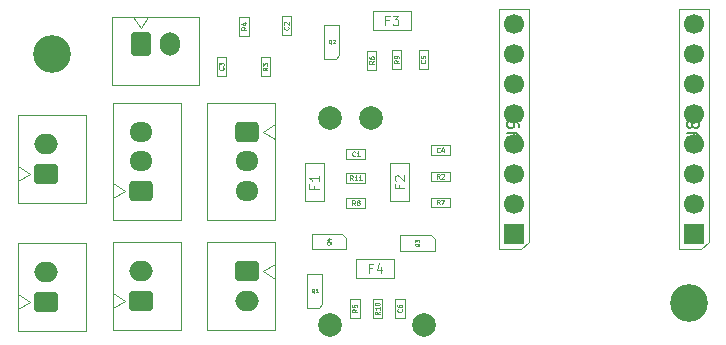
<source format=gbr>
%TF.GenerationSoftware,KiCad,Pcbnew,9.0.3*%
%TF.CreationDate,2025-08-24T20:12:34+09:00*%
%TF.ProjectId,mirror_Shooter_v2,6d697272-6f72-45f5-9368-6f6f7465725f,rev?*%
%TF.SameCoordinates,Original*%
%TF.FileFunction,Soldermask,Bot*%
%TF.FilePolarity,Negative*%
%FSLAX46Y46*%
G04 Gerber Fmt 4.6, Leading zero omitted, Abs format (unit mm)*
G04 Created by KiCad (PCBNEW 9.0.3) date 2025-08-24 20:12:34*
%MOMM*%
%LPD*%
G01*
G04 APERTURE LIST*
G04 Aperture macros list*
%AMRoundRect*
0 Rectangle with rounded corners*
0 $1 Rounding radius*
0 $2 $3 $4 $5 $6 $7 $8 $9 X,Y pos of 4 corners*
0 Add a 4 corners polygon primitive as box body*
4,1,4,$2,$3,$4,$5,$6,$7,$8,$9,$2,$3,0*
0 Add four circle primitives for the rounded corners*
1,1,$1+$1,$2,$3*
1,1,$1+$1,$4,$5*
1,1,$1+$1,$6,$7*
1,1,$1+$1,$8,$9*
0 Add four rect primitives between the rounded corners*
20,1,$1+$1,$2,$3,$4,$5,0*
20,1,$1+$1,$4,$5,$6,$7,0*
20,1,$1+$1,$6,$7,$8,$9,0*
20,1,$1+$1,$8,$9,$2,$3,0*%
G04 Aperture macros list end*
%ADD10RoundRect,0.250000X-0.725000X0.600000X-0.725000X-0.600000X0.725000X-0.600000X0.725000X0.600000X0*%
%ADD11O,1.950000X1.700000*%
%ADD12C,3.200000*%
%ADD13RoundRect,0.250000X0.725000X-0.600000X0.725000X0.600000X-0.725000X0.600000X-0.725000X-0.600000X0*%
%ADD14C,2.000000*%
%ADD15RoundRect,0.250000X0.750000X-0.600000X0.750000X0.600000X-0.750000X0.600000X-0.750000X-0.600000X0*%
%ADD16O,2.000000X1.700000*%
%ADD17RoundRect,0.250000X-0.600000X-0.750000X0.600000X-0.750000X0.600000X0.750000X-0.600000X0.750000X0*%
%ADD18O,1.700000X2.000000*%
%ADD19R,1.700000X1.700000*%
%ADD20C,1.700000*%
%ADD21RoundRect,0.250000X-0.750000X0.600000X-0.750000X-0.600000X0.750000X-0.600000X0.750000X0.600000X0*%
%ADD22C,0.060000*%
%ADD23C,0.120000*%
%ADD24C,0.050000*%
%ADD25C,0.150000*%
%ADD26C,0.100000*%
G04 APERTURE END LIST*
D10*
%TO.C,J5*%
X136742200Y-97661600D03*
D11*
X136742200Y-100161600D03*
X136742200Y-102661600D03*
%TD*%
D12*
%TO.C,H2*%
X174167800Y-112166400D03*
%TD*%
D13*
%TO.C,J4*%
X127717200Y-102661600D03*
D11*
X127717200Y-100161600D03*
X127717200Y-97661600D03*
%TD*%
D14*
%TO.C,J1*%
X151715800Y-114020000D03*
X143715800Y-114020000D03*
%TD*%
D15*
%TO.C,J6*%
X127717200Y-111961600D03*
D16*
X127717200Y-109461600D03*
%TD*%
D14*
%TO.C,J2*%
X143715800Y-96520000D03*
X147215800Y-96520000D03*
%TD*%
D15*
%TO.C,B+*%
X119660400Y-112046400D03*
D16*
X119660400Y-109546400D03*
%TD*%
D17*
%TO.C,J3*%
X127717200Y-90261600D03*
D18*
X130217200Y-90261600D03*
%TD*%
D19*
%TO.C,J9*%
X159273400Y-106324400D03*
D20*
X159273400Y-103784400D03*
X159273400Y-101244400D03*
X159273400Y-98704400D03*
X159273400Y-96164400D03*
X159273400Y-93624400D03*
X159273400Y-91084400D03*
X159273400Y-88544400D03*
%TD*%
D12*
%TO.C,H1*%
X120217800Y-91084400D03*
%TD*%
D15*
%TO.C,J10*%
X119692800Y-101223600D03*
D16*
X119692800Y-98723600D03*
%TD*%
D21*
%TO.C,J7*%
X136717200Y-109461600D03*
D16*
X136717200Y-111961600D03*
%TD*%
D19*
%TO.C,J8*%
X174523400Y-106324400D03*
D20*
X174523400Y-103784400D03*
X174523400Y-101244400D03*
X174523400Y-98704400D03*
X174523400Y-96164400D03*
X174523400Y-93624400D03*
X174523400Y-91084400D03*
X174523400Y-88544400D03*
%TD*%
D22*
X153013633Y-103813927D02*
X152880300Y-103623451D01*
X152785062Y-103813927D02*
X152785062Y-103413927D01*
X152785062Y-103413927D02*
X152937443Y-103413927D01*
X152937443Y-103413927D02*
X152975538Y-103432975D01*
X152975538Y-103432975D02*
X152994585Y-103452022D01*
X152994585Y-103452022D02*
X153013633Y-103490118D01*
X153013633Y-103490118D02*
X153013633Y-103547260D01*
X153013633Y-103547260D02*
X152994585Y-103585356D01*
X152994585Y-103585356D02*
X152975538Y-103604403D01*
X152975538Y-103604403D02*
X152937443Y-103623451D01*
X152937443Y-103623451D02*
X152785062Y-103623451D01*
X153146966Y-103413927D02*
X153413633Y-103413927D01*
X153413633Y-103413927D02*
X153242204Y-103813927D01*
X145857433Y-103864727D02*
X145724100Y-103674251D01*
X145628862Y-103864727D02*
X145628862Y-103464727D01*
X145628862Y-103464727D02*
X145781243Y-103464727D01*
X145781243Y-103464727D02*
X145819338Y-103483775D01*
X145819338Y-103483775D02*
X145838385Y-103502822D01*
X145838385Y-103502822D02*
X145857433Y-103540918D01*
X145857433Y-103540918D02*
X145857433Y-103598060D01*
X145857433Y-103598060D02*
X145838385Y-103636156D01*
X145838385Y-103636156D02*
X145819338Y-103655203D01*
X145819338Y-103655203D02*
X145781243Y-103674251D01*
X145781243Y-103674251D02*
X145628862Y-103674251D01*
X146086004Y-103636156D02*
X146047909Y-103617108D01*
X146047909Y-103617108D02*
X146028862Y-103598060D01*
X146028862Y-103598060D02*
X146009814Y-103559965D01*
X146009814Y-103559965D02*
X146009814Y-103540918D01*
X146009814Y-103540918D02*
X146028862Y-103502822D01*
X146028862Y-103502822D02*
X146047909Y-103483775D01*
X146047909Y-103483775D02*
X146086004Y-103464727D01*
X146086004Y-103464727D02*
X146162195Y-103464727D01*
X146162195Y-103464727D02*
X146200290Y-103483775D01*
X146200290Y-103483775D02*
X146219338Y-103502822D01*
X146219338Y-103502822D02*
X146238385Y-103540918D01*
X146238385Y-103540918D02*
X146238385Y-103559965D01*
X146238385Y-103559965D02*
X146219338Y-103598060D01*
X146219338Y-103598060D02*
X146200290Y-103617108D01*
X146200290Y-103617108D02*
X146162195Y-103636156D01*
X146162195Y-103636156D02*
X146086004Y-103636156D01*
X146086004Y-103636156D02*
X146047909Y-103655203D01*
X146047909Y-103655203D02*
X146028862Y-103674251D01*
X146028862Y-103674251D02*
X146009814Y-103712346D01*
X146009814Y-103712346D02*
X146009814Y-103788537D01*
X146009814Y-103788537D02*
X146028862Y-103826632D01*
X146028862Y-103826632D02*
X146047909Y-103845680D01*
X146047909Y-103845680D02*
X146086004Y-103864727D01*
X146086004Y-103864727D02*
X146162195Y-103864727D01*
X146162195Y-103864727D02*
X146200290Y-103845680D01*
X146200290Y-103845680D02*
X146219338Y-103826632D01*
X146219338Y-103826632D02*
X146238385Y-103788537D01*
X146238385Y-103788537D02*
X146238385Y-103712346D01*
X146238385Y-103712346D02*
X146219338Y-103674251D01*
X146219338Y-103674251D02*
X146200290Y-103655203D01*
X146200290Y-103655203D02*
X146162195Y-103636156D01*
X138434127Y-92238966D02*
X138243651Y-92372299D01*
X138434127Y-92467537D02*
X138034127Y-92467537D01*
X138034127Y-92467537D02*
X138034127Y-92315156D01*
X138034127Y-92315156D02*
X138053175Y-92277061D01*
X138053175Y-92277061D02*
X138072222Y-92258014D01*
X138072222Y-92258014D02*
X138110318Y-92238966D01*
X138110318Y-92238966D02*
X138167460Y-92238966D01*
X138167460Y-92238966D02*
X138205556Y-92258014D01*
X138205556Y-92258014D02*
X138224603Y-92277061D01*
X138224603Y-92277061D02*
X138243651Y-92315156D01*
X138243651Y-92315156D02*
X138243651Y-92467537D01*
X138034127Y-92105633D02*
X138034127Y-91858014D01*
X138034127Y-91858014D02*
X138186508Y-91991347D01*
X138186508Y-91991347D02*
X138186508Y-91934204D01*
X138186508Y-91934204D02*
X138205556Y-91896109D01*
X138205556Y-91896109D02*
X138224603Y-91877061D01*
X138224603Y-91877061D02*
X138262699Y-91858014D01*
X138262699Y-91858014D02*
X138357937Y-91858014D01*
X138357937Y-91858014D02*
X138396032Y-91877061D01*
X138396032Y-91877061D02*
X138415080Y-91896109D01*
X138415080Y-91896109D02*
X138434127Y-91934204D01*
X138434127Y-91934204D02*
X138434127Y-92048490D01*
X138434127Y-92048490D02*
X138415080Y-92086585D01*
X138415080Y-92086585D02*
X138396032Y-92105633D01*
X149800632Y-112689166D02*
X149819680Y-112708214D01*
X149819680Y-112708214D02*
X149838727Y-112765356D01*
X149838727Y-112765356D02*
X149838727Y-112803452D01*
X149838727Y-112803452D02*
X149819680Y-112860595D01*
X149819680Y-112860595D02*
X149781584Y-112898690D01*
X149781584Y-112898690D02*
X149743489Y-112917737D01*
X149743489Y-112917737D02*
X149667299Y-112936785D01*
X149667299Y-112936785D02*
X149610156Y-112936785D01*
X149610156Y-112936785D02*
X149533965Y-112917737D01*
X149533965Y-112917737D02*
X149495870Y-112898690D01*
X149495870Y-112898690D02*
X149457775Y-112860595D01*
X149457775Y-112860595D02*
X149438727Y-112803452D01*
X149438727Y-112803452D02*
X149438727Y-112765356D01*
X149438727Y-112765356D02*
X149457775Y-112708214D01*
X149457775Y-112708214D02*
X149476822Y-112689166D01*
X149438727Y-112346309D02*
X149438727Y-112422499D01*
X149438727Y-112422499D02*
X149457775Y-112460595D01*
X149457775Y-112460595D02*
X149476822Y-112479642D01*
X149476822Y-112479642D02*
X149533965Y-112517737D01*
X149533965Y-112517737D02*
X149610156Y-112536785D01*
X149610156Y-112536785D02*
X149762537Y-112536785D01*
X149762537Y-112536785D02*
X149800632Y-112517737D01*
X149800632Y-112517737D02*
X149819680Y-112498690D01*
X149819680Y-112498690D02*
X149838727Y-112460595D01*
X149838727Y-112460595D02*
X149838727Y-112384404D01*
X149838727Y-112384404D02*
X149819680Y-112346309D01*
X149819680Y-112346309D02*
X149800632Y-112327261D01*
X149800632Y-112327261D02*
X149762537Y-112308214D01*
X149762537Y-112308214D02*
X149667299Y-112308214D01*
X149667299Y-112308214D02*
X149629203Y-112327261D01*
X149629203Y-112327261D02*
X149610156Y-112346309D01*
X149610156Y-112346309D02*
X149591108Y-112384404D01*
X149591108Y-112384404D02*
X149591108Y-112460595D01*
X149591108Y-112460595D02*
X149610156Y-112498690D01*
X149610156Y-112498690D02*
X149629203Y-112517737D01*
X149629203Y-112517737D02*
X149667299Y-112536785D01*
X145855233Y-99686432D02*
X145836185Y-99705480D01*
X145836185Y-99705480D02*
X145779043Y-99724527D01*
X145779043Y-99724527D02*
X145740947Y-99724527D01*
X145740947Y-99724527D02*
X145683804Y-99705480D01*
X145683804Y-99705480D02*
X145645709Y-99667384D01*
X145645709Y-99667384D02*
X145626662Y-99629289D01*
X145626662Y-99629289D02*
X145607614Y-99553099D01*
X145607614Y-99553099D02*
X145607614Y-99495956D01*
X145607614Y-99495956D02*
X145626662Y-99419765D01*
X145626662Y-99419765D02*
X145645709Y-99381670D01*
X145645709Y-99381670D02*
X145683804Y-99343575D01*
X145683804Y-99343575D02*
X145740947Y-99324527D01*
X145740947Y-99324527D02*
X145779043Y-99324527D01*
X145779043Y-99324527D02*
X145836185Y-99343575D01*
X145836185Y-99343575D02*
X145855233Y-99362622D01*
X146236185Y-99724527D02*
X146007614Y-99724527D01*
X146121900Y-99724527D02*
X146121900Y-99324527D01*
X146121900Y-99324527D02*
X146083804Y-99381670D01*
X146083804Y-99381670D02*
X146045709Y-99419765D01*
X146045709Y-99419765D02*
X146007614Y-99438813D01*
X151781832Y-91607166D02*
X151800880Y-91626214D01*
X151800880Y-91626214D02*
X151819927Y-91683356D01*
X151819927Y-91683356D02*
X151819927Y-91721452D01*
X151819927Y-91721452D02*
X151800880Y-91778595D01*
X151800880Y-91778595D02*
X151762784Y-91816690D01*
X151762784Y-91816690D02*
X151724689Y-91835737D01*
X151724689Y-91835737D02*
X151648499Y-91854785D01*
X151648499Y-91854785D02*
X151591356Y-91854785D01*
X151591356Y-91854785D02*
X151515165Y-91835737D01*
X151515165Y-91835737D02*
X151477070Y-91816690D01*
X151477070Y-91816690D02*
X151438975Y-91778595D01*
X151438975Y-91778595D02*
X151419927Y-91721452D01*
X151419927Y-91721452D02*
X151419927Y-91683356D01*
X151419927Y-91683356D02*
X151438975Y-91626214D01*
X151438975Y-91626214D02*
X151458022Y-91607166D01*
X151419927Y-91245261D02*
X151419927Y-91435737D01*
X151419927Y-91435737D02*
X151610403Y-91454785D01*
X151610403Y-91454785D02*
X151591356Y-91435737D01*
X151591356Y-91435737D02*
X151572308Y-91397642D01*
X151572308Y-91397642D02*
X151572308Y-91302404D01*
X151572308Y-91302404D02*
X151591356Y-91264309D01*
X151591356Y-91264309D02*
X151610403Y-91245261D01*
X151610403Y-91245261D02*
X151648499Y-91226214D01*
X151648499Y-91226214D02*
X151743737Y-91226214D01*
X151743737Y-91226214D02*
X151781832Y-91245261D01*
X151781832Y-91245261D02*
X151800880Y-91264309D01*
X151800880Y-91264309D02*
X151819927Y-91302404D01*
X151819927Y-91302404D02*
X151819927Y-91397642D01*
X151819927Y-91397642D02*
X151800880Y-91435737D01*
X151800880Y-91435737D02*
X151781832Y-91454785D01*
X153018033Y-101629527D02*
X152884700Y-101439051D01*
X152789462Y-101629527D02*
X152789462Y-101229527D01*
X152789462Y-101229527D02*
X152941843Y-101229527D01*
X152941843Y-101229527D02*
X152979938Y-101248575D01*
X152979938Y-101248575D02*
X152998985Y-101267622D01*
X152998985Y-101267622D02*
X153018033Y-101305718D01*
X153018033Y-101305718D02*
X153018033Y-101362860D01*
X153018033Y-101362860D02*
X152998985Y-101400956D01*
X152998985Y-101400956D02*
X152979938Y-101420003D01*
X152979938Y-101420003D02*
X152941843Y-101439051D01*
X152941843Y-101439051D02*
X152789462Y-101439051D01*
X153170414Y-101267622D02*
X153189462Y-101248575D01*
X153189462Y-101248575D02*
X153227557Y-101229527D01*
X153227557Y-101229527D02*
X153322795Y-101229527D01*
X153322795Y-101229527D02*
X153360890Y-101248575D01*
X153360890Y-101248575D02*
X153379938Y-101267622D01*
X153379938Y-101267622D02*
X153398985Y-101305718D01*
X153398985Y-101305718D02*
X153398985Y-101343813D01*
X153398985Y-101343813D02*
X153379938Y-101400956D01*
X153379938Y-101400956D02*
X153151366Y-101629527D01*
X153151366Y-101629527D02*
X153398985Y-101629527D01*
D23*
X149599407Y-102185766D02*
X149599407Y-102452432D01*
X150018455Y-102452432D02*
X149218455Y-102452432D01*
X149218455Y-102452432D02*
X149218455Y-102071480D01*
X149294645Y-101804814D02*
X149256550Y-101766718D01*
X149256550Y-101766718D02*
X149218455Y-101690528D01*
X149218455Y-101690528D02*
X149218455Y-101500052D01*
X149218455Y-101500052D02*
X149256550Y-101423861D01*
X149256550Y-101423861D02*
X149294645Y-101385766D01*
X149294645Y-101385766D02*
X149370836Y-101347671D01*
X149370836Y-101347671D02*
X149447026Y-101347671D01*
X149447026Y-101347671D02*
X149561312Y-101385766D01*
X149561312Y-101385766D02*
X150018455Y-101842909D01*
X150018455Y-101842909D02*
X150018455Y-101347671D01*
D22*
X145666957Y-101756527D02*
X145533624Y-101566051D01*
X145438386Y-101756527D02*
X145438386Y-101356527D01*
X145438386Y-101356527D02*
X145590767Y-101356527D01*
X145590767Y-101356527D02*
X145628862Y-101375575D01*
X145628862Y-101375575D02*
X145647909Y-101394622D01*
X145647909Y-101394622D02*
X145666957Y-101432718D01*
X145666957Y-101432718D02*
X145666957Y-101489860D01*
X145666957Y-101489860D02*
X145647909Y-101527956D01*
X145647909Y-101527956D02*
X145628862Y-101547003D01*
X145628862Y-101547003D02*
X145590767Y-101566051D01*
X145590767Y-101566051D02*
X145438386Y-101566051D01*
X146047909Y-101756527D02*
X145819338Y-101756527D01*
X145933624Y-101756527D02*
X145933624Y-101356527D01*
X145933624Y-101356527D02*
X145895528Y-101413670D01*
X145895528Y-101413670D02*
X145857433Y-101451765D01*
X145857433Y-101451765D02*
X145819338Y-101470813D01*
X146428861Y-101756527D02*
X146200290Y-101756527D01*
X146314576Y-101756527D02*
X146314576Y-101356527D01*
X146314576Y-101356527D02*
X146276480Y-101413670D01*
X146276480Y-101413670D02*
X146238385Y-101451765D01*
X146238385Y-101451765D02*
X146200290Y-101470813D01*
X134687632Y-92213866D02*
X134706680Y-92232914D01*
X134706680Y-92232914D02*
X134725727Y-92290056D01*
X134725727Y-92290056D02*
X134725727Y-92328152D01*
X134725727Y-92328152D02*
X134706680Y-92385295D01*
X134706680Y-92385295D02*
X134668584Y-92423390D01*
X134668584Y-92423390D02*
X134630489Y-92442437D01*
X134630489Y-92442437D02*
X134554299Y-92461485D01*
X134554299Y-92461485D02*
X134497156Y-92461485D01*
X134497156Y-92461485D02*
X134420965Y-92442437D01*
X134420965Y-92442437D02*
X134382870Y-92423390D01*
X134382870Y-92423390D02*
X134344775Y-92385295D01*
X134344775Y-92385295D02*
X134325727Y-92328152D01*
X134325727Y-92328152D02*
X134325727Y-92290056D01*
X134325727Y-92290056D02*
X134344775Y-92232914D01*
X134344775Y-92232914D02*
X134363822Y-92213866D01*
X134325727Y-92080533D02*
X134325727Y-91832914D01*
X134325727Y-91832914D02*
X134478108Y-91966247D01*
X134478108Y-91966247D02*
X134478108Y-91909104D01*
X134478108Y-91909104D02*
X134497156Y-91871009D01*
X134497156Y-91871009D02*
X134516203Y-91851961D01*
X134516203Y-91851961D02*
X134554299Y-91832914D01*
X134554299Y-91832914D02*
X134649537Y-91832914D01*
X134649537Y-91832914D02*
X134687632Y-91851961D01*
X134687632Y-91851961D02*
X134706680Y-91871009D01*
X134706680Y-91871009D02*
X134725727Y-91909104D01*
X134725727Y-91909104D02*
X134725727Y-92023390D01*
X134725727Y-92023390D02*
X134706680Y-92061485D01*
X134706680Y-92061485D02*
X134687632Y-92080533D01*
X146028727Y-112691366D02*
X145838251Y-112824699D01*
X146028727Y-112919937D02*
X145628727Y-112919937D01*
X145628727Y-112919937D02*
X145628727Y-112767556D01*
X145628727Y-112767556D02*
X145647775Y-112729461D01*
X145647775Y-112729461D02*
X145666822Y-112710414D01*
X145666822Y-112710414D02*
X145704918Y-112691366D01*
X145704918Y-112691366D02*
X145762060Y-112691366D01*
X145762060Y-112691366D02*
X145800156Y-112710414D01*
X145800156Y-112710414D02*
X145819203Y-112729461D01*
X145819203Y-112729461D02*
X145838251Y-112767556D01*
X145838251Y-112767556D02*
X145838251Y-112919937D01*
X145628727Y-112329461D02*
X145628727Y-112519937D01*
X145628727Y-112519937D02*
X145819203Y-112538985D01*
X145819203Y-112538985D02*
X145800156Y-112519937D01*
X145800156Y-112519937D02*
X145781108Y-112481842D01*
X145781108Y-112481842D02*
X145781108Y-112386604D01*
X145781108Y-112386604D02*
X145800156Y-112348509D01*
X145800156Y-112348509D02*
X145819203Y-112329461D01*
X145819203Y-112329461D02*
X145857299Y-112310414D01*
X145857299Y-112310414D02*
X145952537Y-112310414D01*
X145952537Y-112310414D02*
X145990632Y-112329461D01*
X145990632Y-112329461D02*
X146009680Y-112348509D01*
X146009680Y-112348509D02*
X146028727Y-112386604D01*
X146028727Y-112386604D02*
X146028727Y-112481842D01*
X146028727Y-112481842D02*
X146009680Y-112519937D01*
X146009680Y-112519937D02*
X145990632Y-112538985D01*
D24*
X142418223Y-111290714D02*
X142387747Y-111275476D01*
X142387747Y-111275476D02*
X142357271Y-111245000D01*
X142357271Y-111245000D02*
X142311557Y-111199285D01*
X142311557Y-111199285D02*
X142281080Y-111184047D01*
X142281080Y-111184047D02*
X142250604Y-111184047D01*
X142265842Y-111260238D02*
X142235366Y-111245000D01*
X142235366Y-111245000D02*
X142204890Y-111214523D01*
X142204890Y-111214523D02*
X142189652Y-111153571D01*
X142189652Y-111153571D02*
X142189652Y-111046904D01*
X142189652Y-111046904D02*
X142204890Y-110985952D01*
X142204890Y-110985952D02*
X142235366Y-110955476D01*
X142235366Y-110955476D02*
X142265842Y-110940238D01*
X142265842Y-110940238D02*
X142326795Y-110940238D01*
X142326795Y-110940238D02*
X142357271Y-110955476D01*
X142357271Y-110955476D02*
X142387747Y-110985952D01*
X142387747Y-110985952D02*
X142402985Y-111046904D01*
X142402985Y-111046904D02*
X142402985Y-111153571D01*
X142402985Y-111153571D02*
X142387747Y-111214523D01*
X142387747Y-111214523D02*
X142357271Y-111245000D01*
X142357271Y-111245000D02*
X142326795Y-111260238D01*
X142326795Y-111260238D02*
X142265842Y-111260238D01*
X142707747Y-111260238D02*
X142524890Y-111260238D01*
X142616318Y-111260238D02*
X142616318Y-110940238D01*
X142616318Y-110940238D02*
X142585842Y-110985952D01*
X142585842Y-110985952D02*
X142555366Y-111016428D01*
X142555366Y-111016428D02*
X142524890Y-111031666D01*
X143858223Y-90218914D02*
X143827747Y-90203676D01*
X143827747Y-90203676D02*
X143797271Y-90173200D01*
X143797271Y-90173200D02*
X143751557Y-90127485D01*
X143751557Y-90127485D02*
X143721080Y-90112247D01*
X143721080Y-90112247D02*
X143690604Y-90112247D01*
X143705842Y-90188438D02*
X143675366Y-90173200D01*
X143675366Y-90173200D02*
X143644890Y-90142723D01*
X143644890Y-90142723D02*
X143629652Y-90081771D01*
X143629652Y-90081771D02*
X143629652Y-89975104D01*
X143629652Y-89975104D02*
X143644890Y-89914152D01*
X143644890Y-89914152D02*
X143675366Y-89883676D01*
X143675366Y-89883676D02*
X143705842Y-89868438D01*
X143705842Y-89868438D02*
X143766795Y-89868438D01*
X143766795Y-89868438D02*
X143797271Y-89883676D01*
X143797271Y-89883676D02*
X143827747Y-89914152D01*
X143827747Y-89914152D02*
X143842985Y-89975104D01*
X143842985Y-89975104D02*
X143842985Y-90081771D01*
X143842985Y-90081771D02*
X143827747Y-90142723D01*
X143827747Y-90142723D02*
X143797271Y-90173200D01*
X143797271Y-90173200D02*
X143766795Y-90188438D01*
X143766795Y-90188438D02*
X143705842Y-90188438D01*
X143964890Y-89898914D02*
X143980128Y-89883676D01*
X143980128Y-89883676D02*
X144010604Y-89868438D01*
X144010604Y-89868438D02*
X144086795Y-89868438D01*
X144086795Y-89868438D02*
X144117271Y-89883676D01*
X144117271Y-89883676D02*
X144132509Y-89898914D01*
X144132509Y-89898914D02*
X144147747Y-89929390D01*
X144147747Y-89929390D02*
X144147747Y-89959866D01*
X144147747Y-89959866D02*
X144132509Y-90005580D01*
X144132509Y-90005580D02*
X143949652Y-90188438D01*
X143949652Y-90188438D02*
X144147747Y-90188438D01*
X151318914Y-107114576D02*
X151303676Y-107145052D01*
X151303676Y-107145052D02*
X151273200Y-107175528D01*
X151273200Y-107175528D02*
X151227485Y-107221242D01*
X151227485Y-107221242D02*
X151212247Y-107251719D01*
X151212247Y-107251719D02*
X151212247Y-107282195D01*
X151288438Y-107266957D02*
X151273200Y-107297433D01*
X151273200Y-107297433D02*
X151242723Y-107327909D01*
X151242723Y-107327909D02*
X151181771Y-107343147D01*
X151181771Y-107343147D02*
X151075104Y-107343147D01*
X151075104Y-107343147D02*
X151014152Y-107327909D01*
X151014152Y-107327909D02*
X150983676Y-107297433D01*
X150983676Y-107297433D02*
X150968438Y-107266957D01*
X150968438Y-107266957D02*
X150968438Y-107206004D01*
X150968438Y-107206004D02*
X150983676Y-107175528D01*
X150983676Y-107175528D02*
X151014152Y-107145052D01*
X151014152Y-107145052D02*
X151075104Y-107129814D01*
X151075104Y-107129814D02*
X151181771Y-107129814D01*
X151181771Y-107129814D02*
X151242723Y-107145052D01*
X151242723Y-107145052D02*
X151273200Y-107175528D01*
X151273200Y-107175528D02*
X151288438Y-107206004D01*
X151288438Y-107206004D02*
X151288438Y-107266957D01*
X150968438Y-107023147D02*
X150968438Y-106825052D01*
X150968438Y-106825052D02*
X151090342Y-106931719D01*
X151090342Y-106931719D02*
X151090342Y-106886004D01*
X151090342Y-106886004D02*
X151105580Y-106855528D01*
X151105580Y-106855528D02*
X151120819Y-106840290D01*
X151120819Y-106840290D02*
X151151295Y-106825052D01*
X151151295Y-106825052D02*
X151227485Y-106825052D01*
X151227485Y-106825052D02*
X151257961Y-106840290D01*
X151257961Y-106840290D02*
X151273200Y-106855528D01*
X151273200Y-106855528D02*
X151288438Y-106886004D01*
X151288438Y-106886004D02*
X151288438Y-106977433D01*
X151288438Y-106977433D02*
X151273200Y-107007909D01*
X151273200Y-107007909D02*
X151257961Y-107023147D01*
D22*
X140199432Y-88762366D02*
X140218480Y-88781414D01*
X140218480Y-88781414D02*
X140237527Y-88838556D01*
X140237527Y-88838556D02*
X140237527Y-88876652D01*
X140237527Y-88876652D02*
X140218480Y-88933795D01*
X140218480Y-88933795D02*
X140180384Y-88971890D01*
X140180384Y-88971890D02*
X140142289Y-88990937D01*
X140142289Y-88990937D02*
X140066099Y-89009985D01*
X140066099Y-89009985D02*
X140008956Y-89009985D01*
X140008956Y-89009985D02*
X139932765Y-88990937D01*
X139932765Y-88990937D02*
X139894670Y-88971890D01*
X139894670Y-88971890D02*
X139856575Y-88933795D01*
X139856575Y-88933795D02*
X139837527Y-88876652D01*
X139837527Y-88876652D02*
X139837527Y-88838556D01*
X139837527Y-88838556D02*
X139856575Y-88781414D01*
X139856575Y-88781414D02*
X139875622Y-88762366D01*
X139875622Y-88609985D02*
X139856575Y-88590937D01*
X139856575Y-88590937D02*
X139837527Y-88552842D01*
X139837527Y-88552842D02*
X139837527Y-88457604D01*
X139837527Y-88457604D02*
X139856575Y-88419509D01*
X139856575Y-88419509D02*
X139875622Y-88400461D01*
X139875622Y-88400461D02*
X139913718Y-88381414D01*
X139913718Y-88381414D02*
X139951813Y-88381414D01*
X139951813Y-88381414D02*
X140008956Y-88400461D01*
X140008956Y-88400461D02*
X140237527Y-88629033D01*
X140237527Y-88629033D02*
X140237527Y-88381414D01*
D24*
X143823114Y-106987576D02*
X143807876Y-107018052D01*
X143807876Y-107018052D02*
X143777400Y-107048528D01*
X143777400Y-107048528D02*
X143731685Y-107094242D01*
X143731685Y-107094242D02*
X143716447Y-107124719D01*
X143716447Y-107124719D02*
X143716447Y-107155195D01*
X143792638Y-107139957D02*
X143777400Y-107170433D01*
X143777400Y-107170433D02*
X143746923Y-107200909D01*
X143746923Y-107200909D02*
X143685971Y-107216147D01*
X143685971Y-107216147D02*
X143579304Y-107216147D01*
X143579304Y-107216147D02*
X143518352Y-107200909D01*
X143518352Y-107200909D02*
X143487876Y-107170433D01*
X143487876Y-107170433D02*
X143472638Y-107139957D01*
X143472638Y-107139957D02*
X143472638Y-107079004D01*
X143472638Y-107079004D02*
X143487876Y-107048528D01*
X143487876Y-107048528D02*
X143518352Y-107018052D01*
X143518352Y-107018052D02*
X143579304Y-107002814D01*
X143579304Y-107002814D02*
X143685971Y-107002814D01*
X143685971Y-107002814D02*
X143746923Y-107018052D01*
X143746923Y-107018052D02*
X143777400Y-107048528D01*
X143777400Y-107048528D02*
X143792638Y-107079004D01*
X143792638Y-107079004D02*
X143792638Y-107139957D01*
X143579304Y-106728528D02*
X143792638Y-106728528D01*
X143457400Y-106804719D02*
X143685971Y-106880909D01*
X143685971Y-106880909D02*
X143685971Y-106682814D01*
D22*
X147451127Y-91660166D02*
X147260651Y-91793499D01*
X147451127Y-91888737D02*
X147051127Y-91888737D01*
X147051127Y-91888737D02*
X147051127Y-91736356D01*
X147051127Y-91736356D02*
X147070175Y-91698261D01*
X147070175Y-91698261D02*
X147089222Y-91679214D01*
X147089222Y-91679214D02*
X147127318Y-91660166D01*
X147127318Y-91660166D02*
X147184460Y-91660166D01*
X147184460Y-91660166D02*
X147222556Y-91679214D01*
X147222556Y-91679214D02*
X147241603Y-91698261D01*
X147241603Y-91698261D02*
X147260651Y-91736356D01*
X147260651Y-91736356D02*
X147260651Y-91888737D01*
X147051127Y-91317309D02*
X147051127Y-91393499D01*
X147051127Y-91393499D02*
X147070175Y-91431595D01*
X147070175Y-91431595D02*
X147089222Y-91450642D01*
X147089222Y-91450642D02*
X147146365Y-91488737D01*
X147146365Y-91488737D02*
X147222556Y-91507785D01*
X147222556Y-91507785D02*
X147374937Y-91507785D01*
X147374937Y-91507785D02*
X147413032Y-91488737D01*
X147413032Y-91488737D02*
X147432080Y-91469690D01*
X147432080Y-91469690D02*
X147451127Y-91431595D01*
X147451127Y-91431595D02*
X147451127Y-91355404D01*
X147451127Y-91355404D02*
X147432080Y-91317309D01*
X147432080Y-91317309D02*
X147413032Y-91298261D01*
X147413032Y-91298261D02*
X147374937Y-91279214D01*
X147374937Y-91279214D02*
X147279699Y-91279214D01*
X147279699Y-91279214D02*
X147241603Y-91298261D01*
X147241603Y-91298261D02*
X147222556Y-91317309D01*
X147222556Y-91317309D02*
X147203508Y-91355404D01*
X147203508Y-91355404D02*
X147203508Y-91431595D01*
X147203508Y-91431595D02*
X147222556Y-91469690D01*
X147222556Y-91469690D02*
X147241603Y-91488737D01*
X147241603Y-91488737D02*
X147279699Y-91507785D01*
D25*
X158728219Y-97767733D02*
X159442504Y-97767733D01*
X159442504Y-97767733D02*
X159585361Y-97815352D01*
X159585361Y-97815352D02*
X159680600Y-97910590D01*
X159680600Y-97910590D02*
X159728219Y-98053447D01*
X159728219Y-98053447D02*
X159728219Y-98148685D01*
X159728219Y-97243923D02*
X159728219Y-97053447D01*
X159728219Y-97053447D02*
X159680600Y-96958209D01*
X159680600Y-96958209D02*
X159632980Y-96910590D01*
X159632980Y-96910590D02*
X159490123Y-96815352D01*
X159490123Y-96815352D02*
X159299647Y-96767733D01*
X159299647Y-96767733D02*
X158918695Y-96767733D01*
X158918695Y-96767733D02*
X158823457Y-96815352D01*
X158823457Y-96815352D02*
X158775838Y-96862971D01*
X158775838Y-96862971D02*
X158728219Y-96958209D01*
X158728219Y-96958209D02*
X158728219Y-97148685D01*
X158728219Y-97148685D02*
X158775838Y-97243923D01*
X158775838Y-97243923D02*
X158823457Y-97291542D01*
X158823457Y-97291542D02*
X158918695Y-97339161D01*
X158918695Y-97339161D02*
X159156790Y-97339161D01*
X159156790Y-97339161D02*
X159252028Y-97291542D01*
X159252028Y-97291542D02*
X159299647Y-97243923D01*
X159299647Y-97243923D02*
X159347266Y-97148685D01*
X159347266Y-97148685D02*
X159347266Y-96958209D01*
X159347266Y-96958209D02*
X159299647Y-96862971D01*
X159299647Y-96862971D02*
X159252028Y-96815352D01*
X159252028Y-96815352D02*
X159156790Y-96767733D01*
X119455895Y-91539219D02*
X119455895Y-90539219D01*
X119455895Y-91015409D02*
X120027323Y-91015409D01*
X120027323Y-91539219D02*
X120027323Y-90539219D01*
X121027323Y-91539219D02*
X120455895Y-91539219D01*
X120741609Y-91539219D02*
X120741609Y-90539219D01*
X120741609Y-90539219D02*
X120646371Y-90682076D01*
X120646371Y-90682076D02*
X120551133Y-90777314D01*
X120551133Y-90777314D02*
X120455895Y-90824933D01*
D22*
X149559327Y-91607166D02*
X149368851Y-91740499D01*
X149559327Y-91835737D02*
X149159327Y-91835737D01*
X149159327Y-91835737D02*
X149159327Y-91683356D01*
X149159327Y-91683356D02*
X149178375Y-91645261D01*
X149178375Y-91645261D02*
X149197422Y-91626214D01*
X149197422Y-91626214D02*
X149235518Y-91607166D01*
X149235518Y-91607166D02*
X149292660Y-91607166D01*
X149292660Y-91607166D02*
X149330756Y-91626214D01*
X149330756Y-91626214D02*
X149349803Y-91645261D01*
X149349803Y-91645261D02*
X149368851Y-91683356D01*
X149368851Y-91683356D02*
X149368851Y-91835737D01*
X149559327Y-91416690D02*
X149559327Y-91340499D01*
X149559327Y-91340499D02*
X149540280Y-91302404D01*
X149540280Y-91302404D02*
X149521232Y-91283356D01*
X149521232Y-91283356D02*
X149464089Y-91245261D01*
X149464089Y-91245261D02*
X149387899Y-91226214D01*
X149387899Y-91226214D02*
X149235518Y-91226214D01*
X149235518Y-91226214D02*
X149197422Y-91245261D01*
X149197422Y-91245261D02*
X149178375Y-91264309D01*
X149178375Y-91264309D02*
X149159327Y-91302404D01*
X149159327Y-91302404D02*
X149159327Y-91378595D01*
X149159327Y-91378595D02*
X149178375Y-91416690D01*
X149178375Y-91416690D02*
X149197422Y-91435737D01*
X149197422Y-91435737D02*
X149235518Y-91454785D01*
X149235518Y-91454785D02*
X149330756Y-91454785D01*
X149330756Y-91454785D02*
X149368851Y-91435737D01*
X149368851Y-91435737D02*
X149387899Y-91416690D01*
X149387899Y-91416690D02*
X149406946Y-91378595D01*
X149406946Y-91378595D02*
X149406946Y-91302404D01*
X149406946Y-91302404D02*
X149387899Y-91264309D01*
X149387899Y-91264309D02*
X149368851Y-91245261D01*
X149368851Y-91245261D02*
X149330756Y-91226214D01*
D23*
X148690033Y-88209807D02*
X148423367Y-88209807D01*
X148423367Y-88628855D02*
X148423367Y-87828855D01*
X148423367Y-87828855D02*
X148804319Y-87828855D01*
X149032890Y-87828855D02*
X149528128Y-87828855D01*
X149528128Y-87828855D02*
X149261462Y-88133617D01*
X149261462Y-88133617D02*
X149375747Y-88133617D01*
X149375747Y-88133617D02*
X149451938Y-88171712D01*
X149451938Y-88171712D02*
X149490033Y-88209807D01*
X149490033Y-88209807D02*
X149528128Y-88285998D01*
X149528128Y-88285998D02*
X149528128Y-88476474D01*
X149528128Y-88476474D02*
X149490033Y-88552664D01*
X149490033Y-88552664D02*
X149451938Y-88590760D01*
X149451938Y-88590760D02*
X149375747Y-88628855D01*
X149375747Y-88628855D02*
X149147176Y-88628855D01*
X149147176Y-88628855D02*
X149070985Y-88590760D01*
X149070985Y-88590760D02*
X149032890Y-88552664D01*
X147296233Y-109215607D02*
X147029567Y-109215607D01*
X147029567Y-109634655D02*
X147029567Y-108834655D01*
X147029567Y-108834655D02*
X147410519Y-108834655D01*
X148058138Y-109101321D02*
X148058138Y-109634655D01*
X147867662Y-108796560D02*
X147677185Y-109367988D01*
X147677185Y-109367988D02*
X148172424Y-109367988D01*
X142372807Y-102212066D02*
X142372807Y-102478732D01*
X142791855Y-102478732D02*
X141991855Y-102478732D01*
X141991855Y-102478732D02*
X141991855Y-102097780D01*
X142791855Y-101373971D02*
X142791855Y-101831114D01*
X142791855Y-101602542D02*
X141991855Y-101602542D01*
X141991855Y-101602542D02*
X142106140Y-101678733D01*
X142106140Y-101678733D02*
X142182331Y-101754923D01*
X142182331Y-101754923D02*
X142220426Y-101831114D01*
D22*
X136630727Y-88788866D02*
X136440251Y-88922199D01*
X136630727Y-89017437D02*
X136230727Y-89017437D01*
X136230727Y-89017437D02*
X136230727Y-88865056D01*
X136230727Y-88865056D02*
X136249775Y-88826961D01*
X136249775Y-88826961D02*
X136268822Y-88807914D01*
X136268822Y-88807914D02*
X136306918Y-88788866D01*
X136306918Y-88788866D02*
X136364060Y-88788866D01*
X136364060Y-88788866D02*
X136402156Y-88807914D01*
X136402156Y-88807914D02*
X136421203Y-88826961D01*
X136421203Y-88826961D02*
X136440251Y-88865056D01*
X136440251Y-88865056D02*
X136440251Y-89017437D01*
X136364060Y-88446009D02*
X136630727Y-88446009D01*
X136211680Y-88541247D02*
X136497394Y-88636485D01*
X136497394Y-88636485D02*
X136497394Y-88388866D01*
D25*
X173978219Y-97767733D02*
X174692504Y-97767733D01*
X174692504Y-97767733D02*
X174835361Y-97815352D01*
X174835361Y-97815352D02*
X174930600Y-97910590D01*
X174930600Y-97910590D02*
X174978219Y-98053447D01*
X174978219Y-98053447D02*
X174978219Y-98148685D01*
X174406790Y-97148685D02*
X174359171Y-97243923D01*
X174359171Y-97243923D02*
X174311552Y-97291542D01*
X174311552Y-97291542D02*
X174216314Y-97339161D01*
X174216314Y-97339161D02*
X174168695Y-97339161D01*
X174168695Y-97339161D02*
X174073457Y-97291542D01*
X174073457Y-97291542D02*
X174025838Y-97243923D01*
X174025838Y-97243923D02*
X173978219Y-97148685D01*
X173978219Y-97148685D02*
X173978219Y-96958209D01*
X173978219Y-96958209D02*
X174025838Y-96862971D01*
X174025838Y-96862971D02*
X174073457Y-96815352D01*
X174073457Y-96815352D02*
X174168695Y-96767733D01*
X174168695Y-96767733D02*
X174216314Y-96767733D01*
X174216314Y-96767733D02*
X174311552Y-96815352D01*
X174311552Y-96815352D02*
X174359171Y-96862971D01*
X174359171Y-96862971D02*
X174406790Y-96958209D01*
X174406790Y-96958209D02*
X174406790Y-97148685D01*
X174406790Y-97148685D02*
X174454409Y-97243923D01*
X174454409Y-97243923D02*
X174502028Y-97291542D01*
X174502028Y-97291542D02*
X174597266Y-97339161D01*
X174597266Y-97339161D02*
X174787742Y-97339161D01*
X174787742Y-97339161D02*
X174882980Y-97291542D01*
X174882980Y-97291542D02*
X174930600Y-97243923D01*
X174930600Y-97243923D02*
X174978219Y-97148685D01*
X174978219Y-97148685D02*
X174978219Y-96958209D01*
X174978219Y-96958209D02*
X174930600Y-96862971D01*
X174930600Y-96862971D02*
X174882980Y-96815352D01*
X174882980Y-96815352D02*
X174787742Y-96767733D01*
X174787742Y-96767733D02*
X174597266Y-96767733D01*
X174597266Y-96767733D02*
X174502028Y-96815352D01*
X174502028Y-96815352D02*
X174454409Y-96862971D01*
X174454409Y-96862971D02*
X174406790Y-96958209D01*
D22*
X153018033Y-99356232D02*
X152998985Y-99375280D01*
X152998985Y-99375280D02*
X152941843Y-99394327D01*
X152941843Y-99394327D02*
X152903747Y-99394327D01*
X152903747Y-99394327D02*
X152846604Y-99375280D01*
X152846604Y-99375280D02*
X152808509Y-99337184D01*
X152808509Y-99337184D02*
X152789462Y-99299089D01*
X152789462Y-99299089D02*
X152770414Y-99222899D01*
X152770414Y-99222899D02*
X152770414Y-99165756D01*
X152770414Y-99165756D02*
X152789462Y-99089565D01*
X152789462Y-99089565D02*
X152808509Y-99051470D01*
X152808509Y-99051470D02*
X152846604Y-99013375D01*
X152846604Y-99013375D02*
X152903747Y-98994327D01*
X152903747Y-98994327D02*
X152941843Y-98994327D01*
X152941843Y-98994327D02*
X152998985Y-99013375D01*
X152998985Y-99013375D02*
X153018033Y-99032422D01*
X153360890Y-99127660D02*
X153360890Y-99394327D01*
X153265652Y-98975280D02*
X153170414Y-99260994D01*
X153170414Y-99260994D02*
X153418033Y-99260994D01*
X147933727Y-112879642D02*
X147743251Y-113012975D01*
X147933727Y-113108213D02*
X147533727Y-113108213D01*
X147533727Y-113108213D02*
X147533727Y-112955832D01*
X147533727Y-112955832D02*
X147552775Y-112917737D01*
X147552775Y-112917737D02*
X147571822Y-112898690D01*
X147571822Y-112898690D02*
X147609918Y-112879642D01*
X147609918Y-112879642D02*
X147667060Y-112879642D01*
X147667060Y-112879642D02*
X147705156Y-112898690D01*
X147705156Y-112898690D02*
X147724203Y-112917737D01*
X147724203Y-112917737D02*
X147743251Y-112955832D01*
X147743251Y-112955832D02*
X147743251Y-113108213D01*
X147933727Y-112498690D02*
X147933727Y-112727261D01*
X147933727Y-112612975D02*
X147533727Y-112612975D01*
X147533727Y-112612975D02*
X147590870Y-112651071D01*
X147590870Y-112651071D02*
X147628965Y-112689166D01*
X147628965Y-112689166D02*
X147648013Y-112727261D01*
X147533727Y-112251071D02*
X147533727Y-112212976D01*
X147533727Y-112212976D02*
X147552775Y-112174880D01*
X147552775Y-112174880D02*
X147571822Y-112155833D01*
X147571822Y-112155833D02*
X147609918Y-112136785D01*
X147609918Y-112136785D02*
X147686108Y-112117738D01*
X147686108Y-112117738D02*
X147781346Y-112117738D01*
X147781346Y-112117738D02*
X147857537Y-112136785D01*
X147857537Y-112136785D02*
X147895632Y-112155833D01*
X147895632Y-112155833D02*
X147914680Y-112174880D01*
X147914680Y-112174880D02*
X147933727Y-112212976D01*
X147933727Y-112212976D02*
X147933727Y-112251071D01*
X147933727Y-112251071D02*
X147914680Y-112289166D01*
X147914680Y-112289166D02*
X147895632Y-112308214D01*
X147895632Y-112308214D02*
X147857537Y-112327261D01*
X147857537Y-112327261D02*
X147781346Y-112346309D01*
X147781346Y-112346309D02*
X147686108Y-112346309D01*
X147686108Y-112346309D02*
X147609918Y-112327261D01*
X147609918Y-112327261D02*
X147571822Y-112308214D01*
X147571822Y-112308214D02*
X147552775Y-112289166D01*
X147552775Y-112289166D02*
X147533727Y-112251071D01*
D26*
%TO.C,R7*%
X152280300Y-103232000D02*
X153880300Y-103232000D01*
X152280300Y-104032000D02*
X152280300Y-103232000D01*
X153880300Y-103232000D02*
X153880300Y-104032000D01*
X153880300Y-104032000D02*
X152280300Y-104032000D01*
%TO.C,R8*%
X145124100Y-103282800D02*
X146724100Y-103282800D01*
X145124100Y-104082800D02*
X145124100Y-103282800D01*
X146724100Y-103282800D02*
X146724100Y-104082800D01*
X146724100Y-104082800D02*
X145124100Y-104082800D01*
%TO.C,R3*%
X137852200Y-91372300D02*
X138652200Y-91372300D01*
X137852200Y-92972300D02*
X137852200Y-91372300D01*
X138652200Y-91372300D02*
X138652200Y-92972300D01*
X138652200Y-92972300D02*
X137852200Y-92972300D01*
%TO.C,C6*%
X149256800Y-111822500D02*
X150056800Y-111822500D01*
X149256800Y-113422500D02*
X149256800Y-111822500D01*
X150056800Y-111822500D02*
X150056800Y-113422500D01*
X150056800Y-113422500D02*
X149256800Y-113422500D01*
%TO.C,C1*%
X145121900Y-99142600D02*
X146721900Y-99142600D01*
X145121900Y-99942600D02*
X145121900Y-99142600D01*
X146721900Y-99142600D02*
X146721900Y-99942600D01*
X146721900Y-99942600D02*
X145121900Y-99942600D01*
%TO.C,J5*%
X133342200Y-95211600D02*
X133342200Y-105111600D01*
X133342200Y-105111600D02*
X139092200Y-105111600D01*
X138092200Y-97661600D02*
X139092200Y-98286600D01*
X139092200Y-95211600D02*
X133342200Y-95211600D01*
X139092200Y-97036600D02*
X138092200Y-97661600D01*
X139092200Y-105111600D02*
X139092200Y-95211600D01*
%TO.C,J4*%
X125367200Y-95211600D02*
X125367200Y-105111600D01*
X125367200Y-103286600D02*
X126367200Y-102661600D01*
X125367200Y-105111600D02*
X131117200Y-105111600D01*
X126367200Y-102661600D02*
X125367200Y-102036600D01*
X131117200Y-95211600D02*
X125367200Y-95211600D01*
X131117200Y-105111600D02*
X131117200Y-95211600D01*
%TO.C,C5*%
X151238000Y-90740500D02*
X152038000Y-90740500D01*
X151238000Y-92340500D02*
X151238000Y-90740500D01*
X152038000Y-90740500D02*
X152038000Y-92340500D01*
X152038000Y-92340500D02*
X151238000Y-92340500D01*
%TO.C,R2*%
X152284700Y-101047600D02*
X153884700Y-101047600D01*
X152284700Y-101847600D02*
X152284700Y-101047600D01*
X153884700Y-101047600D02*
X153884700Y-101847600D01*
X153884700Y-101847600D02*
X152284700Y-101847600D01*
%TO.C,F2*%
X148854600Y-100319100D02*
X150454600Y-100319100D01*
X148854600Y-103519100D02*
X148854600Y-100319100D01*
X150454600Y-100319100D02*
X150454600Y-103519100D01*
X150454600Y-103519100D02*
X148854600Y-103519100D01*
%TO.C,J6*%
X125367200Y-107011600D02*
X125367200Y-114411600D01*
X125367200Y-112586600D02*
X126367200Y-111961600D01*
X125367200Y-114411600D02*
X131117200Y-114411600D01*
X126367200Y-111961600D02*
X125367200Y-111336600D01*
X131117200Y-107011600D02*
X125367200Y-107011600D01*
X131117200Y-114411600D02*
X131117200Y-107011600D01*
%TO.C,R11*%
X145124100Y-101174600D02*
X146724100Y-101174600D01*
X145124100Y-101974600D02*
X145124100Y-101174600D01*
X146724100Y-101174600D02*
X146724100Y-101974600D01*
X146724100Y-101974600D02*
X145124100Y-101974600D01*
%TO.C,C3*%
X134143800Y-91347200D02*
X134943800Y-91347200D01*
X134143800Y-92947200D02*
X134143800Y-91347200D01*
X134943800Y-91347200D02*
X134943800Y-92947200D01*
X134943800Y-92947200D02*
X134143800Y-92947200D01*
%TO.C,R5*%
X145446800Y-111824700D02*
X146246800Y-111824700D01*
X145446800Y-113424700D02*
X145446800Y-111824700D01*
X146246800Y-111824700D02*
X146246800Y-113424700D01*
X146246800Y-113424700D02*
X145446800Y-113424700D01*
%TO.C,Q1*%
X141798700Y-109664800D02*
X143098700Y-109664800D01*
X141798700Y-112564800D02*
X141798700Y-109664800D01*
X142773700Y-112564800D02*
X141798700Y-112564800D01*
X143098700Y-109664800D02*
X143098700Y-112239800D01*
X143098700Y-112239800D02*
X142773700Y-112564800D01*
%TO.C,Q2*%
X143238700Y-88593000D02*
X144538700Y-88593000D01*
X143238700Y-91493000D02*
X143238700Y-88593000D01*
X144213700Y-91493000D02*
X143238700Y-91493000D01*
X144538700Y-88593000D02*
X144538700Y-91168000D01*
X144538700Y-91168000D02*
X144213700Y-91493000D01*
%TO.C,Q3*%
X149693000Y-106434100D02*
X152268000Y-106434100D01*
X149693000Y-107734100D02*
X149693000Y-106434100D01*
X152268000Y-106434100D02*
X152593000Y-106759100D01*
X152593000Y-106759100D02*
X152593000Y-107734100D01*
X152593000Y-107734100D02*
X149693000Y-107734100D01*
%TO.C,B+*%
X117310400Y-107096400D02*
X117310400Y-114496400D01*
X117310400Y-112671400D02*
X118310400Y-112046400D01*
X117310400Y-114496400D02*
X123060400Y-114496400D01*
X118310400Y-112046400D02*
X117310400Y-111421400D01*
X123060400Y-107096400D02*
X117310400Y-107096400D01*
X123060400Y-114496400D02*
X123060400Y-107096400D01*
%TO.C,C2*%
X139655600Y-87895700D02*
X140455600Y-87895700D01*
X139655600Y-89495700D02*
X139655600Y-87895700D01*
X140455600Y-87895700D02*
X140455600Y-89495700D01*
X140455600Y-89495700D02*
X139655600Y-89495700D01*
%TO.C,J3*%
X125267200Y-87911600D02*
X125267200Y-93661600D01*
X125267200Y-93661600D02*
X132667200Y-93661600D01*
X127092200Y-87911600D02*
X127717200Y-88911600D01*
X127717200Y-88911600D02*
X128342200Y-87911600D01*
X132667200Y-87911600D02*
X125267200Y-87911600D01*
X132667200Y-93661600D02*
X132667200Y-87911600D01*
%TO.C,Q4*%
X142197200Y-106307100D02*
X144772200Y-106307100D01*
X142197200Y-107607100D02*
X142197200Y-106307100D01*
X144772200Y-106307100D02*
X145097200Y-106632100D01*
X145097200Y-106632100D02*
X145097200Y-107607100D01*
X145097200Y-107607100D02*
X142197200Y-107607100D01*
%TO.C,R6*%
X146869200Y-90793500D02*
X147669200Y-90793500D01*
X146869200Y-92393500D02*
X146869200Y-90793500D01*
X147669200Y-90793500D02*
X147669200Y-92393500D01*
X147669200Y-92393500D02*
X146869200Y-92393500D01*
%TO.C,J9*%
X158003400Y-87274400D02*
X160543400Y-87274400D01*
X158003400Y-107594400D02*
X158003400Y-87274400D01*
X159908400Y-107594400D02*
X158003400Y-107594400D01*
X160543400Y-87274400D02*
X160543400Y-106959400D01*
X160543400Y-106959400D02*
X159908400Y-107594400D01*
%TO.C,R9*%
X148977400Y-90740500D02*
X149777400Y-90740500D01*
X148977400Y-92340500D02*
X148977400Y-90740500D01*
X149777400Y-90740500D02*
X149777400Y-92340500D01*
X149777400Y-92340500D02*
X148977400Y-92340500D01*
%TO.C,F3*%
X147356700Y-87465000D02*
X150556700Y-87465000D01*
X147356700Y-89065000D02*
X147356700Y-87465000D01*
X150556700Y-87465000D02*
X150556700Y-89065000D01*
X150556700Y-89065000D02*
X147356700Y-89065000D01*
%TO.C,F4*%
X145962900Y-108470800D02*
X149162900Y-108470800D01*
X145962900Y-110070800D02*
X145962900Y-108470800D01*
X149162900Y-108470800D02*
X149162900Y-110070800D01*
X149162900Y-110070800D02*
X145962900Y-110070800D01*
%TO.C,F1*%
X141628000Y-100345400D02*
X143228000Y-100345400D01*
X141628000Y-103545400D02*
X141628000Y-100345400D01*
X143228000Y-100345400D02*
X143228000Y-103545400D01*
X143228000Y-103545400D02*
X141628000Y-103545400D01*
%TO.C,R4*%
X136048800Y-87922200D02*
X136848800Y-87922200D01*
X136048800Y-89522200D02*
X136048800Y-87922200D01*
X136848800Y-87922200D02*
X136848800Y-89522200D01*
X136848800Y-89522200D02*
X136048800Y-89522200D01*
%TO.C,J10*%
X117342800Y-96273600D02*
X117342800Y-103673600D01*
X117342800Y-101848600D02*
X118342800Y-101223600D01*
X117342800Y-103673600D02*
X123092800Y-103673600D01*
X118342800Y-101223600D02*
X117342800Y-100598600D01*
X123092800Y-96273600D02*
X117342800Y-96273600D01*
X123092800Y-103673600D02*
X123092800Y-96273600D01*
%TO.C,J7*%
X133317200Y-107011600D02*
X133317200Y-114411600D01*
X133317200Y-114411600D02*
X139067200Y-114411600D01*
X138067200Y-109461600D02*
X139067200Y-110086600D01*
X139067200Y-107011600D02*
X133317200Y-107011600D01*
X139067200Y-108836600D02*
X138067200Y-109461600D01*
X139067200Y-114411600D02*
X139067200Y-107011600D01*
%TO.C,J8*%
X173253400Y-87274400D02*
X175793400Y-87274400D01*
X173253400Y-107594400D02*
X173253400Y-87274400D01*
X175158400Y-107594400D02*
X173253400Y-107594400D01*
X175793400Y-87274400D02*
X175793400Y-106959400D01*
X175793400Y-106959400D02*
X175158400Y-107594400D01*
%TO.C,C4*%
X152284700Y-98812400D02*
X153884700Y-98812400D01*
X152284700Y-99612400D02*
X152284700Y-98812400D01*
X153884700Y-98812400D02*
X153884700Y-99612400D01*
X153884700Y-99612400D02*
X152284700Y-99612400D01*
%TO.C,R10*%
X147351800Y-111822500D02*
X148151800Y-111822500D01*
X147351800Y-113422500D02*
X147351800Y-111822500D01*
X148151800Y-111822500D02*
X148151800Y-113422500D01*
X148151800Y-113422500D02*
X147351800Y-113422500D01*
%TD*%
M02*

</source>
